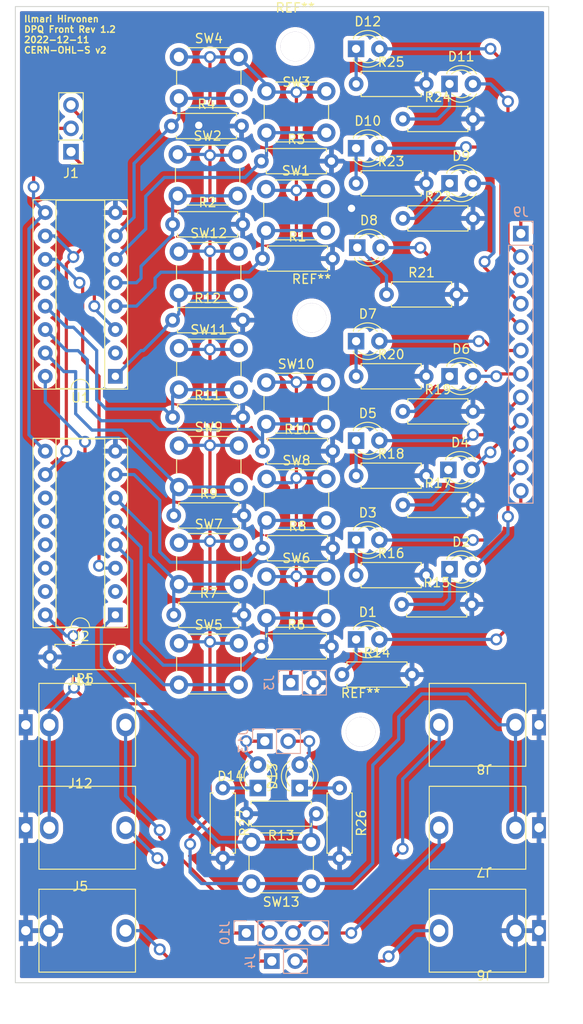
<source format=kicad_pcb>
(kicad_pcb (version 20211014) (generator pcbnew)
  (layers (0 "F.Cu" signal) (31 "B.Cu" signal) (34 "B.Paste" user) (35 "F.Paste" user) (36 "B.SilkS" user "B.Silkscreen") (37 "F.SilkS" user "F.Silkscreen") (38 "B.Mask" user) (39 "F.Mask" user) (44 "Edge.Cuts" user))
  (net 0 "")
  (net 1 "Net-(D1-Pad1)")
  (net 2 "Net-(D1-Pad2)")
  (net 3 "Net-(D2-Pad1)")
  (net 4 "Net-(D2-Pad2)")
  (net 5 "Net-(D3-Pad1)")
  (net 6 "Net-(D3-Pad2)")
  (net 7 "Net-(D4-Pad1)")
  (net 8 "Net-(D4-Pad2)")
  (net 9 "Net-(D5-Pad1)")
  (net 10 "Net-(D5-Pad2)")
  (net 11 "Net-(D6-Pad1)")
  (net 12 "Net-(D6-Pad2)")
  (net 13 "Net-(D7-Pad1)")
  (net 14 "Net-(D7-Pad2)")
  (net 15 "Net-(D8-Pad1)")
  (net 16 "Net-(D8-Pad2)")
  (net 17 "Net-(D9-Pad1)")
  (net 18 "Net-(D9-Pad2)")
  (net 19 "Net-(D10-Pad1)")
  (net 20 "Net-(D10-Pad2)")
  (net 21 "Net-(D11-Pad1)")
  (net 22 "Net-(D11-Pad2)")
  (net 23 "Net-(D12-Pad1)")
  (net 24 "Net-(D12-Pad2)")
  (net 25 "Net-(D13-Pad1)")
  (net 26 "Net-(D13-Pad2)")
  (net 27 "Net-(J1-Pad3)")
  (net 28 "Net-(J1-Pad2)")
  (net 29 "Net-(J1-Pad1)")
  (net 30 "+5V")
  (net 31 "GND")
  (net 32 "Net-(J10-Pad4)")
  (net 33 "Net-(J10-Pad1)")
  (net 34 "Net-(J4-Pad1)")
  (net 35 "Net-(J4-Pad2)")
  (net 36 "Net-(D14-Pad1)")
  (net 37 "Net-(D14-Pad2)")
  (net 38 "Net-(J10-Pad3)")
  (net 39 "Net-(J10-Pad2)")
  (net 40 "Net-(R13-Pad1)")
  (net 42 "Net-(U1-Pad11)")
  (net 50 "/B4")
  (net 51 "/B3")
  (net 52 "/B2")
  (net 53 "/B1")
  (net 54 "/B12")
  (net 55 "/B11")
  (net 56 "/B10")
  (net 57 "/B9")
  (net 58 "/B8")
  (net 59 "/B7")
  (net 60 "/B6")
  (net 61 "/B5")
  (footprint "Button_Switch_THT:SW_PUSH_6mm" (layer "F.Cu") (at 40.325 68.297)
    (fp_text reference "SW8")
    (fp_text value "SW_Push")
  )
  (footprint "Button_Switch_THT:SW_PUSH_6mm" (layer "F.Cu") (at 40.311 78.903)
    (fp_text reference "SW6")
    (fp_text value "SW_Push")
  )
  (footprint "Button_Switch_THT:SW_PUSH_6mm" (layer "F.Cu") (at 40.311 26.198)
    (fp_text reference "SW3")
    (fp_text value "SW_Push")
  )
  (footprint "Resistor_THT:R_Axial_DIN0207_L6.3mm_D2.5mm_P7.62mm_Horizontal" (layer "F.Cu") (at 53.36 48.26)
    (fp_text reference "R21")
    (fp_text value "220")
  )
  (footprint "Button_Switch_THT:SW_PUSH_6mm" (layer "F.Cu") (at 30.659 33.056)
    (fp_text reference "SW2")
    (fp_text value "SW_Push")
  )
  (footprint "Resistor_THT:R_Axial_DIN0207_L6.3mm_D2.5mm_P7.62mm_Horizontal" (layer "F.Cu") (at 45.72 104.648 180)
    (fp_text reference "R13")
    (fp_text value "10k")
  )
  (footprint "Connector_PinHeader_2.54mm:PinHeader_1x03_P2.54mm_Vertical" (layer "F.Cu") (at 19.05 32.766 180)
    (fp_text reference "J1")
    (fp_text value "Conn_01x03_Female")
  )
  (footprint "Button_Switch_THT:SW_PUSH_6mm" (layer "F.Cu") (at 40.259 36.83)
    (fp_text reference "SW1")
    (fp_text value "SW_Push")
  )
  (footprint "Button_Switch_THT:SW_PUSH_6mm" (layer "F.Cu") (at 30.786 22.466)
    (fp_text reference "SW4")
    (fp_text value "SW_Push")
  )
  (footprint "Eurorack:Thonkiconn" (layer "F.Cu") (at 20.066 117.348)
    (fp_text reference "J5")
    (fp_text value "AudioJack2_SwitchT")
  )
  (footprint "LED_THT:LED_D3.0mm" (layer "F.Cu") (at 50.18 43.18)
    (fp_text reference "D8")
    (fp_text value "LED")
  )
  (footprint "Eurorack:Thonkiconn" (layer "F.Cu") (at 20.066 106.172)
    (fp_text reference "J12")
    (fp_text value "AudioJack2_SwitchT")
  )
  (footprint "Resistor_THT:R_Axial_DIN0207_L6.3mm_D2.5mm_P7.62mm_Horizontal" (layer "F.Cu") (at 29.972 29.972)
    (fp_text reference "R4")
    (fp_text value "10k")
  )
  (footprint "LED_THT:LED_D3.0mm" (layer "F.Cu") (at 60.086 67.31)
    (fp_text reference "D4")
    (fp_text value "LED")
  )
  (footprint "Button_Switch_THT:SW_PUSH_6mm" (layer "F.Cu") (at 30.786 75.22)
    (fp_text reference "SW7")
    (fp_text value "SW_Push")
  )
  (footprint "Resistor_THT:R_Axial_DIN0207_L6.3mm_D2.5mm_P7.62mm_Horizontal" (layer "F.Cu") (at 50.058 25.4)
    (fp_text reference "R25")
    (fp_text value "220")
  )
  (footprint "Resistor_THT:R_Axial_DIN0207_L6.3mm_D2.5mm_P7.62mm_Horizontal" (layer "F.Cu") (at 50.058 67.945)
    (fp_text reference "R18")
    (fp_text value "220")
  )
  (footprint "Resistor_THT:R_Axial_DIN0207_L6.3mm_D2.5mm_P7.62mm_Horizontal" (layer "F.Cu") (at 55.143 40.005)
    (fp_text reference "R22")
    (fp_text value "220")
  )
  (footprint "Resistor_THT:R_Axial_DIN0207_L6.3mm_D2.5mm_P7.62mm_Horizontal" (layer "F.Cu") (at 48.514 89.535)
    (fp_text reference "R14")
    (fp_text value "220")
  )
  (footprint "LED_THT:LED_D3.0mm" (layer "F.Cu") (at 50.053 85.725)
    (fp_text reference "D1")
    (fp_text value "LED")
  )
  (footprint "Resistor_THT:R_Axial_DIN0207_L6.3mm_D2.5mm_P7.62mm_Horizontal" (layer "F.Cu") (at 39.878 65.278)
    (fp_text reference "R10")
    (fp_text value "10k")
  )
  (footprint "Resistor_THT:R_Axial_DIN0207_L6.3mm_D2.5mm_P7.62mm_Horizontal" (layer "F.Cu") (at 30.226 72.263)
    (fp_text reference "R9")
    (fp_text value "10k")
  )
  (footprint "Resistor_THT:R_Axial_DIN0207_L6.3mm_D2.5mm_P7.62mm_Horizontal" (layer "F.Cu") (at 30.099 61.595)
    (fp_text reference "R11")
    (fp_text value "10k")
  )
  (footprint "Eurorack:Thonkiconn" (layer "F.Cu") (at 64.008 94.996 180)
    (fp_text reference "J8")
    (fp_text value "AudioJack2_SwitchT")
  )
  (footprint "Resistor_THT:R_Axial_DIN0207_L6.3mm_D2.5mm_P7.62mm_Horizontal" (layer "F.Cu") (at 24.384 87.63 180)
    (fp_text reference "R5")
    (fp_text value "10k")
  )
  (footprint "Button_Switch_THT:SW_PUSH_6mm" (layer "F.Cu") (at 30.775 43.618)
    (fp_text reference "SW12")
    (fp_text value "SW_Push")
  )
  (footprint "Resistor_THT:R_Axial_DIN0207_L6.3mm_D2.5mm_P7.62mm_Horizontal" (layer "F.Cu") (at 55.138 60.96)
    (fp_text reference "R19")
    (fp_text value "220")
  )
  (footprint "LED_THT:LED_D3.0mm" (layer "F.Cu") (at 39.37 101.854 90)
    (fp_text reference "D14")
    (fp_text value "LED")
  )
  (footprint "Resistor_THT:R_Axial_DIN0207_L6.3mm_D2.5mm_P7.62mm_Horizontal" (layer "F.Cu") (at 48.26 101.854 -90)
    (fp_text reference "R26")
    (fp_text value "220")
  )
  (footprint "LED_THT:LED_D3.0mm" (layer "F.Cu") (at 50.053 53.34)
    (fp_text reference "D7")
    (fp_text value "LED")
  )
  (footprint "Button_Switch_THT:SW_PUSH_6mm" (layer "F.Cu") (at 30.792 54.101)
    (fp_text reference "SW11")
    (fp_text value "SW_Push")
  )
  (footprint "Resistor_THT:R_Axial_DIN0207_L6.3mm_D2.5mm_P7.62mm_Horizontal" (layer "F.Cu") (at 30.099 51.054)
    (fp_text reference "R12")
    (fp_text value "10k")
  )
  (footprint "LED_THT:LED_D3.0mm" (layer "F.Cu") (at 43.922 101.859 90)
    (fp_text reference "D13")
    (fp_text value "LED")
  )
  (footprint "LED_THT:LED_D3.0mm" (layer "F.Cu") (at 50.053 64.135)
    (fp_text reference "D5")
    (fp_text value "LED")
  )
  (footprint "Eurorack:Thonkiconn" (layer "F.Cu") (at 64.008 117.348 180)
    (fp_text reference "J6")
    (fp_text value "AudioJack2_SwitchT")
  )
  (footprint "Resistor_THT:R_Axial_DIN0207_L6.3mm_D2.5mm_P7.62mm_Horizontal" (layer "F.Cu") (at 30.099 40.64)
    (fp_text reference "R2")
    (fp_text value "10k")
  )
  (footprint "Resistor_THT:R_Axial_DIN0207_L6.3mm_D2.5mm_P7.62mm_Horizontal" (layer "F.Cu") (at 30.226 83.058)
    (fp_text reference "R7")
    (fp_text value "10k")
  )
  (footprint "Resistor_THT:R_Axial_DIN0207_L6.3mm_D2.5mm_P7.62mm_Horizontal" (layer "F.Cu") (at 50.053 36.195)
    (fp_text reference "R23")
    (fp_text value "220")
  )
  (footprint "LED_THT:LED_D3.0mm" (layer "F.Cu") (at 50.053 32.385)
    (fp_text reference "D10")
    (fp_text value "LED")
  )
  (footprint "Resistor_THT:R_Axial_DIN0207_L6.3mm_D2.5mm_P7.62mm_Horizontal" (layer "F.Cu") (at 55.011 81.915)
    (fp_text reference "R15")
    (fp_text value "220")
  )
  (footprint "LED_THT:LED_D3.0mm" (layer "F.Cu") (at 50.053 74.93)
    (fp_text reference "D3")
    (fp_text value "LED")
  )
  (footprint "Resistor_THT:R_Axial_DIN0207_L6.3mm_D2.5mm_P7.62mm_Horizontal" (layer "F.Cu") (at 50.058 78.74)
    (fp_text reference "R16")
    (fp_text value "220")
  )
  (footprint "MountingHole:MountingHole_3.2mm_M3" (layer "F.Cu") (at 43.434 21.336)
    (fp_text reference "REF**")
    (fp_text value "MountingHole_3.2mm_M3")
  )
  (footprint "Button_Switch_THT:SW_PUSH_6mm" (layer "F.Cu") (at 45.16 112.232 180)
    (fp_text reference "SW13")
    (fp_text value "SW_Push")
  )
  (footprint "Button_Switch_THT:SW_PUSH_6mm" (layer "F.Cu") (at 30.786 86.142)
    (fp_text reference "SW5")
    (fp_text value "SW_Push")
  )
  (footprint "Button_Switch_THT:SW_PUSH_6mm" (layer "F.Cu") (at 40.291 57.821)
    (fp_text reference "SW10")
    (fp_text value "SW_Push")
  )
  (footprint "Package_DIP:DIP-16_W7.62mm_Socket" (layer "F.Cu") (at 23.876 83.058 180)
    (fp_text reference "U2")
    (fp_text value "4021")
  )
  (footprint "LED_THT:LED_D3.0mm" (layer "F.Cu") (at 50.053 21.59)
    (fp_text reference "D12")
    (fp_text value "LED")
  )
  (footprint "Resistor_THT:R_Axial_DIN0207_L6.3mm_D2.5mm_P7.62mm_Horizontal" (layer "F.Cu") (at 55.138 71.12)
    (fp_text reference "R17")
    (fp_text value "220")
  )
  (footprint "Resistor_THT:R_Axial_DIN0207_L6.3mm_D2.5mm_P7.62mm_Horizontal" (layer "F.Cu") (at 50.058 57.15)
    (fp_text reference "R20")
    (fp_text value "220")
  )
  (footprint "LED_THT:LED_D3.0mm" (layer "F.Cu") (at 60.213 36.195)
    (fp_text reference "D9")
    (fp_text value "LED")
  )
  (footprint "Eurorack:Thonkiconn" (layer "F.Cu") (at 64.008 106.172 180)
    (fp_text reference "J7")
    (fp_text value "AudioJack2_SwitchT")
  )
  (footprint "Resistor_THT:R_Axial_DIN0207_L6.3mm_D2.5mm_P7.62mm_Horizontal" (layer "F.Cu") (at 55.138 29.21)
    (fp_text reference "R24")
    (fp_text value "220")
  )
  (footprint "Eurorack:Thonkiconn" (layer "F.Cu") (at 20.066 94.996)
    (fp_text reference "J11")
    (fp_text value "AudioJack2_SwitchT")
  )
  (footprint "MountingHole:MountingHole_3.2mm_M3" (layer "F.Cu") (at 50.546 95.758)
    (fp_text reference "REF**")
    (fp_text value "MountingHole_3.2mm_M3")
  )
  (footprint "Package_DIP:DIP-16_W7.62mm_Socket" (layer "F.Cu") (at 23.876 57.15 180)
    (fp_text reference "U1")
    (fp_text value "4021")
  )
  (footprint "MountingHole:MountingHole_3.2mm_M3" (layer "F.Cu") (at 45.212 50.8)
    (fp_text reference "REF**")
    (fp_text value "MountingHole_3.2mm_M3")
  )
  (footprint "LED_THT:LED_D3.0mm" (layer "F.Cu") (at 60.213 57.15)
    (fp_text reference "D6")
    (fp_text value "LED")
  )
  (footprint "Resistor_THT:R_Axial_DIN0207_L6.3mm_D2.5mm_P7.62mm_Horizontal" (layer "F.Cu") (at 35.56 101.854 -90)
    (fp_text reference "R27")
    (fp_text value "220")
  )
  (footprint "LED_THT:LED_D3.0mm" (layer "F.Cu") (at 60.213 25.4)
    (fp_text reference "D11")
    (fp_text value "LED")
  )
  (footprint "Resistor_THT:R_Axial_DIN0207_L6.3mm_D2.5mm_P7.62mm_Horizontal" (layer "F.Cu") (at 39.751 33.782)
    (fp_text reference "R3")
    (fp_text value "10k")
  )
  (footprint "Resistor_THT:R_Axial_DIN0207_L6.3mm_D2.5mm_P7.62mm_Horizontal" (layer "F.Cu") (at 39.751 86.487)
    (fp_text reference "R6")
    (fp_text value "10k")
  )
  (footprint "LED_THT:LED_D3.0mm" (layer "F.Cu") (at 60.213 78.105)
    (fp_text reference "D2")
    (fp_text value "LED")
  )
  (footprint "Resistor_THT:R_Axial_DIN0207_L6.3mm_D2.5mm_P7.62mm_Horizontal" (layer "F.Cu") (at 39.869 44.366)
    (fp_text reference "R1")
    (fp_text value "10k")
  )
  (footprint "Resistor_THT:R_Axial_DIN0207_L6.3mm_D2.5mm_P7.62mm_Horizontal" (layer "F.Cu") (at 39.878 75.819)
    (fp_text reference "R8")
    (fp_text value "10k")
  )
  (footprint "Button_Switch_THT:SW_PUSH_6mm" (layer "F.Cu") (at 30.786 64.679)
    (fp_text reference "SW9")
    (fp_text value "SW_Push")
  )
  (footprint "Connector_PinHeader_2.54mm:PinHeader_1x02_P2.54mm_Vertical" (layer "B.Cu") (at 40.127 96.774 -90)
    (fp_text reference "J13")
    (fp_text value "Conn_01x02_Male")
  )
  (footprint "Connector_PinHeader_2.54mm:PinHeader_1x02_P2.54mm_Vertical" (layer "B.Cu") (at 42.946 90.424 -90)
    (fp_text reference "J3")
    (fp_text value "Conn_01x02_Male")
  )
  (footprint "Connector_PinHeader_2.54mm:PinHeader_1x04_P2.54mm_Vertical" (layer "B.Cu") (at 38.11 117.602 -90)
    (fp_text reference "J10")
    (fp_text value "Conn_01x04_Male")
  )
  (footprint "Connector_PinHeader_2.54mm:PinHeader_1x12_P2.54mm_Vertical" (layer "B.Cu") (at 67.965 41.651 180)
    (fp_text reference "J9")
    (fp_text value "Conn_01x12_Male")
  )
  (footprint "Connector_PinHeader_2.54mm:PinHeader_1x02_P2.54mm_Vertical" (layer "B.Cu") (at 40.889 120.65 -90)
    (fp_text reference "J4")
    (fp_text value "Conn_01x02_Male")
  )
  (gr_rect (start 13 17) (end 71 123) (layer "Edge.Cuts") (width 0.1) (fill none))
  (gr_text "Ilmari Hirvonen\nDPQ Front Rev 1.2\n2022-12-11 \nCERN-OHL-S v2" (at 13.8684 20.0406) (layer "F.SilkS") (effects (font (size 0.7 0.7)) (justify left)))
  (segment (start 50.053 87.996) (end 48.514 89.535) (width 0.35) (layer "B.Cu") (net 1))
  (segment (start 50.053 85.725) (end 50.053 87.996) (width 0.35) (layer "B.Cu") (net 1))
  (segment (start 67.965 69.591) (end 67.965 83.058) (width 0.35) (layer "F.Cu") (net 2))
  (segment (start 67.965 83.058) (end 65.298 85.725) (width 0.35) (layer "F.Cu") (net 2))
  (via (at 65.298 85.725) (size 1.3) (drill 0.8) (layers "F.Cu" "B.Cu") (net 2))
  (segment (start 65.298 85.725) (end 52.593 85.725) (width 0.35) (layer "B.Cu") (net 2))
  (segment (start 59.583 81.915) (end 55.011 81.915) (width 0.35) (layer "B.Cu") (net 3))
  (segment (start 60.213 78.105) (end 60.213 81.285) (width 0.35) (layer "B.Cu") (net 3))
  (segment (start 60.213 81.285) (end 59.583 81.915) (width 0.35) (layer "B.Cu") (net 3))
  (segment (start 66.568 68.448) (end 66.568 72.39) (width 0.35) (layer "F.Cu") (net 4))
  (segment (start 67.965 67.051) (end 66.568 68.448) (width 0.35) (layer "F.Cu") (net 4))
  (via (at 66.568 72.39) (size 1.3) (drill 0.8) (layers "F.Cu" "B.Cu") (net 4))
  (segment (start 66.568 72.39) (end 66.568 74.29) (width 0.35) (layer "B.Cu") (net 4))
  (segment (start 66.568 74.29) (end 62.753 78.105) (width 0.35) (layer "B.Cu") (net 4))
  (segment (start 50.053 78.735) (end 50.058 78.74) (width 0.35) (layer "B.Cu") (net 5))
  (segment (start 50.053 74.93) (end 50.053 78.735) (width 0.35) (layer "B.Cu") (net 5))
  (segment (start 65.298 67.178) (end 67.965 64.511) (width 0.35) (layer "F.Cu") (net 6))
  (segment (start 65.298 73.66) (end 65.298 67.178) (width 0.35) (layer "F.Cu") (net 6))
  (segment (start 64.028 74.93) (end 62.758 74.93) (width 0.35) (layer "F.Cu") (net 6))
  (segment (start 65.298 73.66) (end 64.028 74.93) (width 0.35) (layer "F.Cu") (net 6))
  (via (at 62.758 74.93) (size 1.3) (drill 0.8) (layers "F.Cu" "B.Cu") (net 6))
  (segment (start 62.758 74.93) (end 52.593 74.93) (width 0.35) (layer "B.Cu") (net 6))
  (segment (start 58.313 71.12) (end 55.138 71.12) (width 0.35) (layer "B.Cu") (net 7))
  (segment (start 60.086 69.347) (end 58.313 71.12) (width 0.35) (layer "B.Cu") (net 7))
  (segment (start 60.086 67.31) (end 60.086 69.347) (width 0.35) (layer "B.Cu") (net 7))
  (segment (start 67.965 61.971) (end 64.663 65.273) (width 0.35) (layer "F.Cu") (net 8))
  (segment (start 64.663 65.273) (end 64.663 65.405) (width 0.35) (layer "F.Cu") (net 8))
  (via (at 64.663 65.405) (size 1.3) (drill 0.8) (layers "F.Cu" "B.Cu") (net 8))
  (segment (start 64.663 65.405) (end 64.531 65.405) (width 0.35) (layer "B.Cu") (net 8))
  (segment (start 64.531 65.405) (end 62.626 67.31) (width 0.35) (layer "B.Cu") (net 8))
  (segment (start 50.053 67.94) (end 50.058 67.945) (width 0.35) (layer "B.Cu") (net 9))
  (segment (start 50.053 64.135) (end 50.053 67.94) (width 0.35) (layer "B.Cu") (net 9))
  (segment (start 67.965 59.431) (end 63.896 63.5) (width 0.35) (layer "F.Cu") (net 10))
  (segment (start 63.896 63.5) (end 62.758 63.5) (width 0.35) (layer "F.Cu") (net 10))
  (via (at 62.758 63.5) (size 1.3) (drill 0.8) (layers "F.Cu" "B.Cu") (net 10))
  (segment (start 62.758 63.5) (end 62.123 64.135) (width 0.35) (layer "B.Cu") (net 10))
  (segment (start 62.123 64.135) (end 52.593 64.135) (width 0.35) (layer "B.Cu") (net 10))
  (segment (start 60.213 57.15) (end 56.403 60.96) (width 0.35) (layer "B.Cu") (net 11))
  (segment (start 56.403 60.96) (end 55.138 60.96) (width 0.35) (layer "B.Cu") (net 11))
  (segment (start 67.965 56.891) (end 65.557 56.891) (width 0.35) (layer "F.Cu") (net 12))
  (segment (start 65.557 56.891) (end 65.298 57.15) (width 0.35) (layer "F.Cu") (net 12))
  (via (at 65.298 57.15) (size 1.3) (drill 0.8) (layers "F.Cu" "B.Cu") (net 12))
  (segment (start 65.298 57.15) (end 62.753 57.15) (width 0.35) (layer "B.Cu") (net 12))
  (segment (start 50.053 57.145) (end 50.058 57.15) (width 0.35) (layer "B.Cu") (net 13))
  (segment (start 50.053 53.34) (end 50.053 57.145) (width 0.35) (layer "B.Cu") (net 13))
  (segment (start 64.028 53.34) (end 63.393 53.34) (width 0.35) (layer "F.Cu") (net 14))
  (segment (start 65.039 54.351) (end 64.028 53.34) (width 0.35) (layer "F.Cu") (net 14))
  (segment (start 67.965 54.351) (end 65.039 54.351) (width 0.35) (layer "F.Cu") (net 14))
  (via (at 63.393 53.34) (size 1.3) (drill 0.8) (layers "F.Cu" "B.Cu") (net 14))
  (segment (start 63.393 53.34) (end 52.593 53.34) (width 0.35) (layer "B.Cu") (net 14))
  (segment (start 53.36 46.228) (end 53.36 48.26) (width 0.35) (layer "B.Cu") (net 15))
  (segment (start 50.312 43.18) (end 53.36 46.228) (width 0.35) (layer "B.Cu") (net 15))
  (segment (start 50.18 43.18) (end 50.312 43.18) (width 0.35) (layer "B.Cu") (net 15))
  (segment (start 61.488 46.355) (end 60.218 46.355) (width 0.35) (layer "F.Cu") (net 16))
  (segment (start 60.218 46.355) (end 57.043 43.18) (width 0.35) (layer "F.Cu") (net 16))
  (segment (start 67.965 51.811) (end 62.509 46.355) (width 0.35) (layer "F.Cu") (net 16))
  (segment (start 62.509 46.355) (end 61.488 46.355) (width 0.35) (layer "F.Cu") (net 16))
  (via (at 57.043 43.18) (size 1.3) (drill 0.8) (layers "F.Cu" "B.Cu") (net 16))
  (segment (start 57.043 43.18) (end 52.72 43.18) (width 0.35) (layer "B.Cu") (net 16))
  (segment (start 56.403 40.005) (end 55.143 40.005) (width 0.35) (layer "B.Cu") (net 17))
  (segment (start 60.213 36.195) (end 56.403 40.005) (width 0.35) (layer "B.Cu") (net 17))
  (segment (start 64.028 45.334) (end 64.028 44.704) (width 0.35) (layer "F.Cu") (net 18))
  (segment (start 67.965 49.271) (end 64.028 45.334) (width 0.35) (layer "F.Cu") (net 18))
  (via (at 64.028 44.704) (size 1.3) (drill 0.8) (layers "F.Cu" "B.Cu") (net 18))
  (segment (start 64.028 44.704) (end 65.044 43.688) (width 0.35) (layer "B.Cu") (net 18))
  (segment (start 65.044 43.688) (end 65.044 36.576) (width 0.35) (layer "B.Cu") (net 18))
  (segment (start 64.663 36.195) (end 62.753 36.195) (width 0.35) (layer "B.Cu") (net 18))
  (segment (start 65.044 36.576) (end 64.663 36.195) (width 0.35) (layer "B.Cu") (net 18))
  (segment (start 50.053 32.385) (end 50.053 36.195) (width 0.35) (layer "B.Cu") (net 19))
  (segment (start 64.282 32.258) (end 62.758 32.258) (width 0.35) (layer "F.Cu") (net 20))
  (segment (start 62.758 32.258) (end 61.996 32.258) (width 0.35) (layer "F.Cu") (net 20))
  (segment (start 65.806 33.782) (end 64.282 32.258) (width 0.35) (layer "F.Cu") (net 20))
  (segment (start 65.806 44.572) (end 65.806 33.782) (width 0.35) (layer "F.Cu") (net 20))
  (segment (start 67.965 46.731) (end 65.806 44.572) (width 0.35) (layer "F.Cu") (net 20))
  (via (at 61.996 32.258) (size 1.3) (drill 0.8) (layers "F.Cu" "B.Cu") (net 20))
  (segment (start 61.869 32.385) (end 52.593 32.385) (width 0.35) (layer "B.Cu") (net 20))
  (segment (start 61.996 32.258) (end 61.869 32.385) (width 0.35) (layer "B.Cu") (net 20))
  (segment (start 60.213 25.4) (end 60.213 27.945) (width 0.35) (layer "B.Cu") (net 21))
  (segment (start 58.948 29.21) (end 55.138 29.21) (width 0.35) (layer "B.Cu") (net 21))
  (segment (start 60.213 27.945) (end 58.948 29.21) (width 0.35) (layer "B.Cu") (net 21))
  (segment (start 67.965 44.191) (end 66.568 42.794) (width 0.35) (layer "F.Cu") (net 22))
  (segment (start 66.568 36.195) (end 66.568 27.305) (width 0.35) (layer "F.Cu") (net 22))
  (segment (start 66.568 42.794) (end 66.568 36.195) (width 0.35) (layer "F.Cu") (net 22))
  (via (at 66.568 27.305) (size 1.3) (drill 0.8) (layers "F.Cu" "B.Cu") (net 22))
  (segment (start 64.663 25.4) (end 62.753 25.4) (width 0.35) (layer "B.Cu") (net 22))
  (segment (start 66.568 27.305) (end 64.663 25.4) (width 0.35) (layer "B.Cu") (net 22))
  (segment (start 50.058 21.595) (end 50.053 21.59) (width 0.35) (layer "B.Cu") (net 23))
  (segment (start 50.058 25.4) (end 50.058 21.595) (width 0.35) (layer "B.Cu") (net 23))
  (segment (start 67.965 24.892) (end 64.663 21.59) (width 0.35) (layer "F.Cu") (net 24))
  (segment (start 67.965 41.651) (end 67.965 24.892) (width 0.35) (layer "F.Cu") (net 24))
  (via (at 64.663 21.59) (size 1.3) (drill 0.8) (layers "F.Cu" "B.Cu") (net 24))
  (segment (start 64.663 21.59) (end 52.593 21.59) (width 0.35) (layer "B.Cu") (net 24))
  (segment (start 48.255 101.859) (end 48.26 101.854) (width 0.35) (layer "B.Cu") (net 25))
  (segment (start 43.922 101.859) (end 48.255 101.859) (width 0.35) (layer "B.Cu") (net 25))
  (segment (start 42.667 96.774) (end 44.958 96.774) (width 0.35) (layer "F.Cu") (net 26))
  (via (at 44.958 96.774) (size 1.3) (drill 0.8) (layers "F.Cu" "B.Cu") (net 26))
  (segment (start 44.958 96.774) (end 44.958 98.283) (width 0.35) (layer "B.Cu") (net 26))
  (segment (start 44.958 98.283) (end 43.922 99.319) (width 0.35) (layer "B.Cu") (net 26))
  (segment (start 21.59 30.48) (end 21.59 49.53) (width 0.35) (layer "F.Cu") (net 27))
  (segment (start 19.05 27.94) (end 21.59 30.48) (width 0.35) (layer "F.Cu") (net 27))
  (segment (start 19.05 27.686) (end 19.05 27.94) (width 0.35) (layer "F.Cu") (net 27))
  (via (at 21.59 49.53) (size 1.3) (drill 0.8) (layers "F.Cu" "B.Cu") (net 27))
  (segment (start 23.876 52.07) (end 21.59 49.784) (width 0.35) (layer "B.Cu") (net 27))
  (segment (start 21.59 49.784) (end 21.59 49.53) (width 0.35) (layer "B.Cu") (net 27))
  (segment (start 19.05 30.226) (end 16.51 30.226) (width 0.35) (layer "F.Cu") (net 28))
  (segment (start 14.986 31.75) (end 14.986 36.576) (width 0.35) (layer "F.Cu") (net 28))
  (segment (start 16.51 30.226) (end 14.986 31.75) (width 0.35) (layer "F.Cu") (net 28))
  (via (at 14.986 36.576) (size 1.3) (drill 0.8) (layers "F.Cu" "B.Cu") (net 28))
  (segment (start 14.986 36.576) (end 14.976 36.586) (width 0.35) (layer "B.Cu") (net 28))
  (segment (start 14.976 36.586) (end 14.976 38.09) (width 0.35) (layer "B.Cu") (net 28))
  (segment (start 14.478 63.5) (end 16.256 65.278) (width 0.35) (layer "B.Cu") (net 28))
  (segment (start 16.256 39.37) (end 14.478 41.148) (width 0.35) (layer "B.Cu") (net 28))
  (segment (start 14.976 38.09) (end 16.256 39.37) (width 0.35) (layer "B.Cu") (net 28))
  (segment (start 14.478 41.148) (end 14.478 63.5) (width 0.35) (layer "B.Cu") (net 28))
  (segment (start 19.05 33.02) (end 20.32 34.29) (width 0.35) (layer "F.Cu") (net 29))
  (segment (start 19.304 44.196) (end 18.542 44.958) (width 0.35) (layer "F.Cu") (net 29))
  (segment (start 19.05 32.766) (end 19.05 33.02) (width 0.35) (layer "F.Cu") (net 29))
  (segment (start 20.32 43.18) (end 19.304 44.196) (width 0.35) (layer "F.Cu") (net 29))
  (segment (start 18.542 44.958) (end 18.542 65.278) (width 0.35) (layer "F.Cu") (net 29))
  (segment (start 20.32 34.29) (end 20.32 43.18) (width 0.35) (layer "F.Cu") (net 29))
  (via (at 19.304 44.196) (size 1.3) (drill 0.8) (layers "F.Cu" "B.Cu") (net 29))
  (via (at 18.542 65.278) (size 1.3) (drill 0.8) (layers "F.Cu" "B.Cu") (net 29))
  (segment (start 16.256 41.91) (end 17.272 41.91) (width 0.35) (layer "B.Cu") (net 29))
  (segment (start 17.272 41.91) (end 19.304 43.942) (width 0.35) (layer "B.Cu") (net 29))
  (segment (start 16.256 67.818) (end 18.542 65.532) (width 0.35) (layer "B.Cu") (net 29))
  (segment (start 18.542 65.532) (end 18.542 65.278) (width 0.35) (layer "B.Cu") (net 29))
  (segment (start 19.304 43.942) (end 19.304 44.196) (width 0.35) (layer "B.Cu") (net 29))
  (segment (start 34.163 93.091) (end 33.782 92.71) (width 0.35) (layer "F.Cu") (net 30))
  (segment (start 21.082 92.71) (end 19.304 90.932) (width 0.35) (layer "F.Cu") (net 30))
  (segment (start 43.561 36.957) (end 43.561 44.323) (width 0.35) (layer "F.Cu") (net 30))
  (segment (start 34.163 33.147) (end 34.163 22.479) (width 0.35) (layer "F.Cu") (net 30))
  (segment (start 19.304 90.932) (end 19.304 85.344) (width 0.35) (layer "F.Cu") (net 30))
  (segment (start 34.163 43.561) (end 34.163 33.147) (width 0.35) (layer "F.Cu") (net 30))
  (segment (start 43.561 36.957) (end 43.561 26.289) (width 0.35) (layer "F.Cu") (net 30))
  (segment (start 19.304 85.344) (end 20.574 84.074) (width 0.35) (layer "F.Cu") (net 30))
  (segment (start 34.163 85.979) (end 34.163 75.057) (width 0.35) (layer "F.Cu") (net 30))
  (segment (start 34.163 105.029) (end 32.004 107.188) (width 0.35) (layer "F.Cu") (net 30))
  (segment (start 43.561 68.199) (end 43.561 57.785) (width 0.35) (layer "F.Cu") (net 30))
  (segment (start 43.561 78.867) (end 43.561 68.199) (width 0.35) (layer "F.Cu") (net 30))
  (segment (start 34.163 93.091) (end 34.163 105.029) (width 0.35) (layer "F.Cu") (net 30))
  (segment (start 34.163 92.309) (end 34.163 93.091) (width 0.35) (layer "F.Cu") (net 30))
  (segment (start 43.561 44.323) (end 40.513 47.371) (width 0.35) (layer "F.Cu") (net 30))
  (segment (start 33.782 92.71) (end 21.082 92.71) (width 0.35) (layer "F.Cu") (net 30))
  (segment (start 34.163 54.229) (end 34.163 43.561) (width 0.35) (layer "F.Cu") (net 30))
  (segment (start 40.513 54.737) (end 43.561 57.785) (width 0.35) (layer "F.Cu") (net 30))
  (segment (start 20.574 84.074) (end 20.574 64.262) (width 0.35) (layer "F.Cu") (net 30))
  (segment (start 34.163 75.057) (end 34.163 64.643) (width 0.35) (layer "F.Cu") (net 30))
  (segment (start 42.946 89.134) (end 42.946 90.424) (width 0.35) (layer "F.Cu") (net 30))
  (segment (start 34.163 64.643) (end 34.163 54.229) (width 0.35) (layer "F.Cu") (net 30))
  (segment (start 43.561 78.867) (end 43.561 88.519) (width 0.35) (layer "F.Cu") (net 30))
  (segment (start 34.163 85.979) (end 34.163 92.309) (width 0.35) (layer "F.Cu") (net 30))
  (segment (start 32.004 107.188) (end 32.004 107.95) (width 0.35) (layer "F.Cu") (net 30))
  (segment (start 43.561 88.519) (end 42.946 89.134) (width 0.35) (layer "F.Cu") (net 30))
  (segment (start 40.513 47.371) (end 40.513 54.737) (width 0.35) (layer "F.Cu") (net 30))
  (via (at 19.304 85.344) (size 1.3) (drill 0.8) (layers "F.Cu" "B.Cu") (net 30))
  (via (at 43.561 26.289) (size 1.3) (drill 0.8) (layers "F.Cu" "B.Cu") (net 30))
  (via (at 34.163 85.979) (size 1.3) (drill 0.8) (layers "F.Cu" "B.Cu") (net 30))
  (via (at 34.163 54.229) (size 1.3) (drill 0.8) (layers "F.Cu" "B.Cu") (net 30))
  (via (at 19.3802 90.9574) (size 1.3) (drill 0.8) (layers "F.Cu" "B.Cu") (net 30))
  (via (at 32.004 107.95) (size 1.3) (drill 0.8) (layers "F.Cu" "B.Cu") (net 30))
  (via (at 34.163 33.147) (size 1.3) (drill 0.8) (layers "F.Cu" "B.Cu") (net 30))
  (via (at 34.163 22.479) (size 1.3) (drill 0.8) (layers "F.Cu" "B.Cu") (net 30))
  (via (at 43.561 36.957) (size 1.3) (drill 0.8) (layers "F.Cu" "B.Cu") (net 30))
  (via (at 20.574 64.262) (size 1.3) (drill 0.8) (layers "F.Cu" "B.Cu") (net 30))
  (via (at 43.561 78.867) (size 1.3) (drill 0.8) (layers "F.Cu" "B.Cu") (net 30))
  (via (at 34.163 64.643) (size 1.3) (drill 0.8) (layers "F.Cu" "B.Cu") (net 30))
  (via (at 34.163 75.057) (size 1.3) (drill 0.8) (layers "F.Cu" "B.Cu") (net 30))
  (via (at 43.561 57.785) (size 1.3) (drill 0.8) (layers "F.Cu" "B.Cu") (net 30))
  (via (at 43.561 68.199) (size 1.3) (drill 0.8) (layers "F.Cu" "B.Cu") (net 30))
  (via (at 34.163 43.561) (size 1.3) (drill 0.8) (layers "F.Cu" "B.Cu") (net 30))
  (segment (start 34.163 22.479) (end 30.799 22.479) (width 0.35) (layer "B.Cu") (net 30))
  (segment (start 30.92 54.229) (end 30.792 54.101) (width 0.35) (layer "B.Cu") (net 30))
  (segment (start 32.004 110.998) (end 33.238 112.232) (width 0.35) (layer "B.Cu") (net 30))
  (segment (start 43.561 57.785) (end 46.755 57.785) (width 0.35) (layer "B.Cu") (net 30))
  (segment (start 30.832 43.561) (end 30.775 43.618) (width 0.35) (layer "B.Cu") (net 30))
  (segment (start 46.811 78.903) (end 43.597 78.903) (width 0.35) (layer "B.Cu") (net 30))
  (segment (start 43.597 78.903) (end 43.561 78.867) (width 0.35) (layer "B.Cu") (net 30))
  (segment (start 46.632 36.957) (end 46.759 36.83) (width 0.35) (layer "B.Cu") (net 30))
  (segment (start 16.256 59.944) (end 20.574 64.262) (width 0.35) (layer "B.Cu") (net 30))
  (segment (start 37.123 75.057) (end 37.286 75.22) (width 0.35) (layer "B.Cu") (net 30))
  (segment (start 43.561 68.199) (end 43.053 68.707) (width 0.35) (layer "B.Cu") (net 30))
  (segment (start 34.163 54.229) (end 30.92 54.229) (width 0.35) (layer "B.Cu") (net 30))
  (segment (start 51.8668 110.0328) (end 51.8668 99.3648) (width 0.35) (layer "B.Cu") (net 30))
  (segment (start 32.004 107.95) (end 32.004 110.998) (width 0.35) (layer "B.Cu") (net 30))
  (segment (start 62.2046 91.6432) (end 65.5574 94.996) (width 0.35) (layer "B.Cu") (net 30))
  (segment (start 37.164 54.229) (end 37.292 54.101) (width 0.35) (layer "B.Cu") (net 30))
  (segment (start 34.163 54.229) (end 37.164 54.229) (width 0.35) (layer "B.Cu") (net 30))
  (segment (start 43.561 36.957) (end 46.632 36.957) (width 0.35) (layer "B.Cu") (net 30))
  (segment (start 16.686 93.6516) (end 16.686 94.996) (width 0.35) (layer "B.Cu") (net 30))
  (segment (start 43.561 26.289) (end 43.053 26.289) (width 0.35) (layer "B.Cu") (net 30))
  (segment (start 34.163 64.643) (end 30.822 64.643) (width 0.35) (layer "B.Cu") (net 30))
  (segment (start 34.163 75.057) (end 37.123 75.057) (width 0.35) (layer "B.Cu") (net 30))
  (segment (start 18.542 85.344) (end 16.256 83.058) (width 0.35) (layer "B.Cu") (net 30))
  (segment (start 46.72 26.289) (end 46.811 26.198) (width 0.35) (layer "B.Cu") (net 30))
  (segment (start 34.072 33.056) (end 30.659 33.056) (width 0.35) (layer "B.Cu") (net 30))
  (segment (start 49.6676 112.232) (end 51.8668 110.0328) (width 0.35) (layer "B.Cu") (net 30))
  (segment (start 65.5574 94.996) (end 67.388 94.996) (width 0.35) (layer "B.Cu") (net 30))
  (segment (start 34.163 75.057) (end 30.949 75.057) (width 0.35) (layer "B.Cu") (net 30))
  (segment (start 37.068 33.147) (end 37.159 33.056) (width 0.35) (layer "B.Cu") (net 30))
  (segment (start 43.561 68.199) (end 46.727 68.199) (width 0.35) (layer "B.Cu") (net 30))
  (segment (start 54.6862 96.5454) (end 54.6862 94.1324) (width 0.35) (layer "B.Cu") (net 30))
  (segment (start 40.311 25.491) (end 40.311 26.198) (width 0.35) (layer "B.Cu") (net 30))
  (segment (start 43.561 26.289) (end 40.402 26.289) (width 0.35) (layer "B.Cu") (net 30))
  (segment (start 40.735 68.707) (end 40.325 68.297) (width 0.35) (layer "B.Cu") (net 30))
  (segment (start 38.66 112.232) (end 45.16 112.232) (width 0.35) (layer "B.Cu") (net 30))
  (segment (start 34.163 64.643) (end 37.25 64.643) (width 0.35) (layer "B.Cu") (net 30))
  (segment (start 40.402 26.289) (end 40.311 26.198) (width 0.35) (layer "B.Cu") (net 30))
  (segment (start 57.1754 91.6432) (end 62.2046 91.6432) (width 0.35) (layer "B.Cu") (net 30))
  (segment (start 16.256 57.15) (end 16.256 59.944) (width 0.35) (layer "B.Cu") (net 30))
  (segment (start 37.286 22.466) (end 40.311 25.491) (width 0.35) (layer "B.Cu") (net 30))
  (segment (start 34.163 33.147) (end 37.068 33.147) (width 0.35) (layer "B.Cu") (net 30))
  (segment (start 67.388 94.996) (end 67.388 106.172) (width 0.35) (layer "B.Cu") (net 30))
  (segment (start 37.273 22.479) (end 37.286 22.466) (width 0.35) (layer "B.Cu") (net 30))
  (segment (start 16.686 94.996) (end 16.686 106.172) (width 0.35) (layer "B.Cu") (net 30))
  (segment (start 43.525 78.903) (end 43.561 78.867) (width 0.35) (layer "B.Cu") (net 30))
  (segment (start 46.727 68.199) (end 46.825 68.297) (width 0.35) (layer "B.Cu") (net 30))
  (segment (start 33.238 112.232) (end 38.66 112.232) (width 0.35) (layer "B.Cu") (net 30))
  (segment (start 37.25 64.643) (end 37.286 64.679) (width 0.35) (layer "B.Cu") (net 30))
  (segment (start 43.561 36.957) (end 40.386 36.957) (width 0.35) (layer "B.Cu") (net 30))
  (segment (start 43.561 57.785) (end 40.327 57.785) (width 0.35) (layer "B.Cu") (net 30))
  (segment (start 45.16 112.232) (end 49.6676 112.232) (width 0.35) (layer "B.Cu") (net 30))
  (segment (start 43.561 26.289) (end 46.72 26.289) (width 0.35) (layer "B.Cu") (net 30))
  (segment (start 30.822 64.643) (end 30.786 64.679) (width 0.35) (layer "B.Cu") (net 30))
  (segment (start 51.8668 99.3648) (end 54.6862 96.5454) (width 0.35) (layer "B.Cu") (net 30))
  (segment (start 19.304 85.344) (end 18.542 85.344) (width 0.35) (layer "B.Cu") (net 30))
  (segment (start 40.327 57.785) (end 40.291 57.821) (width 0.35) (layer "B.Cu") (net 30))
  (segment (start 54.6862 94.1324) (end 57.1754 91.6432) (width 0.35) (layer "B.Cu") (net 30))
  (segment (start 37.218 43.561) (end 37.275 43.618) (width 0.35) (layer "B.Cu") (net 30))
  (segment (start 34.163 22.479) (end 37.273 22.479) (width 0.35) (layer "B.Cu") (net 30))
  (segment (start 19.3802 90.9574) (end 16.686 93.6516) (width 0.35) (layer "B.Cu") (net 30))
  (segment (start 34.163 43.561) (end 37.218 43.561) (width 0.35) (layer "B.Cu") (net 30))
  (segment (start 34.163 33.147) (end 34.072 33.056) (width 0.35) (layer "B.Cu") (net 30))
  (segment (start 30.949 85.979) (end 30.786 86.142) (width 0.35) (layer "B.Cu") (net 30))
  (segment (start 34.326 86.142) (end 34.163 85.979) (width 0.35) (layer "B.Cu") (net 30))
  (segment (start 34.163 43.561) (end 30.832 43.561) (width 0.35) (layer "B.Cu") (net 30))
  (segment (start 30.799 22.479) (end 30.786 22.466) (width 0.35) (layer "B.Cu") (net 30))
  (segment (start 34.163 85.979) (end 30.949 85.979) (width 0.35) (layer "B.Cu") (net 30))
  (segment (start 46.755 57.785) (end 46.791 57.821) (width 0.35) (layer "B.Cu") (net 30))
  (segment (start 40.386 36.957) (end 40.259 36.83) (width 0.35) (layer "B.Cu") (net 30))
  (segment (start 43.053 68.707) (end 40.735 68.707) (width 0.35) (layer "B.Cu") (net 30))
  (segment (start 30.949 75.057) (end 30.786 75.22) (width 0.35) (layer "B.Cu") (net 30))
  (segment (start 40.311 78.903) (end 43.525 78.903) (width 0.35) (layer "B.Cu") (net 30))
  (segment (start 37.286 86.142) (end 34.326 86.142) (width 0.35) (layer "B.Cu") (net 30))
  (via (at 49.5554 38.9128) (size 1.3) (drill 0.8) (layers "F.Cu" "B.Cu") (net 31))
  (via (at 32.9438 29.8958) (size 1.3) (drill 0.8) (layers "F.Cu" "B.Cu") (net 31))
  (segment (start 49.53 117.602) (end 45.73 117.602) (width 0.35) (layer "F.Cu") (net 32))
  (via (at 49.53 117.602) (size 1.3) (drill 0.8) (layers "F.Cu" "B.Cu") (net 32))
  (segment (start 59.088 106.172) (end 59.088 108.044) (width 0.35) (layer "B.Cu") (net 32))
  (segment (start 59.088 108.044) (end 49.53 117.602) (width 0.35) (layer "B.Cu") (net 32))
  (segment (start 38.11 117.602) (end 36.576 117.602) (width 0.35) (layer "F.Cu") (net 33))
  (segment (start 36.576 117.602) (end 28.448 109.474) (width 0.35) (layer "F.Cu") (net 33))
  (via (at 28.448 109.474) (size 1.3) (drill 0.8) (layers "F.Cu" "B.Cu") (net 33))
  (segment (start 25.146 106.172) (end 24.986 106.172) (width 0.35) (layer "B.Cu") (net 33))
  (segment (start 28.448 109.474) (end 25.146 106.172) (width 0.35) (layer "B.Cu") (net 33))
  (segment (start 29.972 120.65) (end 28.702 119.38) (width 0.35) (layer "F.Cu") (net 34))
  (segment (start 40.889 120.65) (end 29.972 120.65) (width 0.35) (layer "F.Cu") (net 34))
  (via (at 28.702 119.38) (size 1.3) (drill 0.8) (layers "F.Cu" "B.Cu") (net 34))
  (segment (start 26.67 117.348) (end 24.986 117.348) (width 0.35) (layer "B.Cu") (net 34))
  (segment (start 28.702 119.38) (end 26.67 117.348) (width 0.35) (layer "B.Cu") (net 34))
  (segment (start 43.429 120.65) (end 53.086 120.65) (width 0.35) (layer "F.Cu") (net 35))
  (segment (start 53.086 120.65) (end 53.594 120.142) (width 0.35) (layer "F.Cu") (net 35))
  (via (at 53.594 120.142) (size 1.3) (drill 0.8) (layers "F.Cu" "B.Cu") (net 35))
  (segment (start 56.388 117.348) (end 59.088 117.348) (width 0.35) (layer "B.Cu") (net 35))
  (segment (start 53.594 120.142) (end 56.388 117.348) (width 0.35) (layer "B.Cu") (net 35))
  (segment (start 39.37 101.854) (end 35.56 101.854) (width 0.35) (layer "B.Cu") (net 36))
  (segment (start 40.127 96.774) (end 38.1 96.774) (width 0.35) (layer "F.Cu") (net 37))
  (via (at 38.1 96.774) (size 1.3) (drill 0.8) (layers "F.Cu" "B.Cu") (net 37))
  (segment (start 38.1 98.044) (end 39.37 99.314) (width 0.35) (layer "B.Cu") (net 37))
  (segment (start 38.1 96.774) (end 38.1 98.044) (width 0.35) (layer "B.Cu") (net 37))
  (segment (start 45.222 115.57) (end 46.482 115.57) (width 0.35) (layer "F.Cu") (net 38))
  (segment (start 46.482 115.57) (end 48.006 115.57) (width 0.35) (layer "F.Cu") (net 38))
  (segment (start 43.19 117.602) (end 45.222 115.57) (width 0.35) (layer "F.Cu") (net 38))
  (segment (start 48.006 115.57) (end 55.118 108.458) (width 0.35) (layer "F.Cu") (net 38))
  (via (at 55.118 108.458) (size 1.3) (drill 0.8) (layers "F.Cu" "B.Cu") (net 38))
  (segment (start 55.118 108.458) (end 55.118 100.8888) (width 0.35) (layer "B.Cu") (net 38))
  (segment (start 55.118 100.8888) (end 59.088 96.9188) (width 0.35) (layer "B.Cu") (net 38))
  (segment (start 59.088 96.9188) (end 59.088 94.996) (width 0.35) (layer "B.Cu") (net 38))
  (segment (start 28.702 107.188) (end 28.702 106.426) (width 0.35) (layer "F.Cu") (net 39))
  (segment (start 38.364 115.316) (end 36.83 115.316) (width 0.35) (layer "F.Cu") (net 39))
  (segment (start 36.83 115.316) (end 28.702 107.188) (width 0.35) (layer "F.Cu") (net 39))
  (segment (start 40.65 117.602) (end 38.364 115.316) (width 0.35) (layer "F.Cu") (net 39))
  (via (at 28.702 106.426) (size 1.3) (drill 0.8) (layers "F.Cu" "B.Cu") (net 39))
  (segment (start 28.702 106.426) (end 24.986 102.71) (width 0.35) (layer "B.Cu") (net 39))
  (segment (start 24.986 102.71) (end 24.986 94.996) (width 0.35) (layer "B.Cu") (net 39))
  (segment (start 22.352 84.582) (end 22.352 88.646) (width 0.35) (layer "B.Cu") (net 40))
  (segment (start 32.258 98.552) (end 32.258 104.902) (width 0.35) (layer "B.Cu") (net 40))
  (segment (start 35.088 107.732) (end 38.66 107.732) (width 0.35) (layer "B.Cu") (net 40))
  (segment (start 22.352 88.646) (end 32.258 98.552) (width 0.35) (layer "B.Cu") (net 40))
  (segment (start 45.16 107.732) (end 45.16 105.208) (width 0.35) (layer "B.Cu") (net 40))
  (segment (start 32.258 104.902) (end 35.088 107.732) (width 0.35) (layer "B.Cu") (net 40))
  (segment (start 38.66 107.732) (end 45.16 107.732) (width 0.35) (layer "B.Cu") (net 40))
  (segment (start 23.876 83.058) (end 22.352 84.582) (width 0.35) (layer "B.Cu") (net 40))
  (segment (start 45.16 105.208) (end 45.72 104.648) (width 0.35) (layer "B.Cu") (net 40))
  (segment (start 20.32 47.3395) (end 19.9705 46.99) (width 0.35) (layer "F.Cu") (net 42))
  (segment (start 22.098 57.15) (end 20.32 55.372) (width 0.35) (layer "F.Cu") (net 42))
  (segment (start 20.32 55.372) (end 20.32 47.3395) (width 0.35) (layer "F.Cu") (net 42))
  (segment (start 22.098 77.724) (end 22.098 57.15) (width 0.35) (layer "F.Cu") (net 42))
  (via (at 22.098 77.724) (size 1.3) (drill 0.8) (layers "F.Cu" "B.Cu") (net 42))
  (via (at 19.9705 46.99) (size 1.3) (drill 0.8) (layers "F.Cu" "B.Cu") (net 42))
  (segment (start 23.876 77.978) (end 22.352 77.978) (width 0.35) (layer "B.Cu") (net 42))
  (segment (start 16.256 44.45) (end 17.4305 44.45) (width 0.35) (layer "B.Cu") (net 42))
  (segment (start 22.352 77.978) (end 22.098 77.724) (width 0.35) (layer "B.Cu") (net 42))
  (segment (start 17.4305 44.45) (end 19.9705 46.99) (width 0.35) (layer "B.Cu") (net 42))
  (segment (start 28.194 46.482) (end 28.194 47.508) (width 0.35) (layer "B.Cu") (net 50))
  (segment (start 39.869 44.366) (end 39.869 41.72) (width 0.35) (layer "B.Cu") (net 50))
  (segment (start 26.172 49.53) (end 23.876 49.53) (width 0.35) (layer "B.Cu") (net 50))
  (segment (start 39.869 44.366) (end 38.388 45.847) (width 0.35) (layer "B.Cu") (net 50))
  (segment (start 38.388 45.847) (end 28.829 45.847) (width 0.35) (layer "B.Cu") (net 50))
  (segment (start 40.259 41.33) (end 46.759 41.33) (width 0.35) (layer "B.Cu") (net 50))
  (segment (start 28.829 45.847) (end 28.194 46.482) (width 0.35) (layer "B.Cu") (net 50))
  (segment (start 28.194 47.508) (end 26.172 49.53) (width 0.35) (layer "B.Cu") (net 50))
  (segment (start 39.869 41.72) (end 40.259 41.33) (width 0.35) (layer "B.Cu") (net 50))
  (segment (start 30.099 40.64) (end 30.099 38.116) (width 0.35) (layer "B.Cu") (net 51))
  (segment (start 30.659 37.556) (end 37.159 37.556) (width 0.35) (layer "B.Cu") (net 51))
  (segment (start 26.172 46.99) (end 23.876 46.99) (width 0.35) (layer "B.Cu") (net 51))
  (segment (start 30.099 40.64) (end 30.099 41.77137) (width 0.35) (layer "B.Cu") (net 51))
  (segment (start 26.67 46.492) (end 26.172 46.99) (width 0.35) (layer "B.Cu") (net 51))
  (segment (start 30.099 41.77137) (end 26.67 45.20037) (width 0.35) (layer "B.Cu") (net 51))
  (segment (start 26.67 45.20037) (end 26.67 46.492) (width 0.35) (layer "B.Cu") (net 51))
  (segment (start 30.099 38.116) (end 30.659 37.556) (width 0.35) (layer "B.Cu") (net 51))
  (segment (start 40.311 30.698) (end 40.311 33.222) (width 0.35) (layer "B.Cu") (net 52))
  (segment (start 39.751 33.782) (end 37.973 35.56) (width 0.35) (layer "B.Cu") (net 52))
  (segment (start 29.21 35.56) (end 27.178 37.592) (width 0.35) (layer "B.Cu") (net 52))
  (segment (start 37.973 35.56) (end 29.21 35.56) (width 0.35) (layer "B.Cu") (net 52))
  (segment (start 40.311 30.698) (end 46.811 30.698) (width 0.35) (layer "B.Cu") (net 52))
  (segment (start 40.311 33.222) (end 39.751 33.782) (width 0.35) (layer "B.Cu") (net 52))
  (segment (start 27.178 37.592) (end 27.178 41.148) (width 0.35) (layer "B.Cu") (net 52))
  (segment (start 27.178 41.148) (end 23.876 44.45) (width 0.35) (layer "B.Cu") (net 52))
  (segment (start 29.972 29.972) (end 25.908 34.036) (width 0.35) (layer "B.Cu") (net 53))
  (segment (start 25.908 34.036) (end 25.908 39.878) (width 0.35) (layer "B.Cu") (net 53))
  (segment (start 25.908 39.878) (end 23.876 41.91) (width 0.35) (layer "B.Cu") (net 53))
  (segment (start 30.786 26.966) (end 30.786 29.158) (width 0.35) (layer "B.Cu") (net 53))
  (segment (start 30.786 29.158) (end 29.972 29.972) (width 0.35) (layer "B.Cu") (net 53))
  (segment (start 30.786 26.966) (end 37.286 26.966) (width 0.35) (layer "B.Cu") (net 53))
  (segment (start 23.876 75.438) (end 25.654 77.216) (width 0.35) (layer "B.Cu") (net 54))
  (segment (start 25.654 77.216) (end 25.654 87.122) (width 0.35) (layer "B.Cu") (net 54))
  (segment (start 29.174 90.642) (end 30.786 90.642) (width 0.35) (layer "B.Cu") (net 54))
  (segment (start 30.786 90.642) (end 37.286 90.642) (width 0.35) (layer "B.Cu") (net 54))
  (segment (start 25.146 87.63) (end 24.384 87.63) (width 0.35) (layer "B.Cu") (net 54))
  (segment (start 25.654 87.122) (end 29.174 90.642) (width 0.35) (layer "B.Cu") (net 54))
  (segment (start 25.654 87.122) (end 25.146 87.63) (width 0.35) (layer "B.Cu") (net 54))
  (segment (start 40.311 83.403) (end 46.811 83.403) (width 0.35) (layer "B.Cu") (net 55))
  (segment (start 23.876 72.898) (end 26.67 75.692) (width 0.35) (layer "B.Cu") (net 55))
  (segment (start 40.311 83.403) (end 40.311 85.927) (width 0.35) (layer "B.Cu") (net 55))
  (segment (start 37.719 88.519) (end 39.751 86.487) (width 0.35) (layer "B.Cu") (net 55))
  (segment (start 26.67 86.106) (end 29.083 88.519) (width 0.35) (layer "B.Cu") (net 55))
  (segment (start 29.083 88.519) (end 37.719 88.519) (width 0.35) (layer "B.Cu") (net 55))
  (segment (start 40.311 85.927) (end 39.751 86.487) (width 0.35) (layer "B.Cu") (net 55))
  (segment (start 26.67 75.692) (end 26.67 86.106) (width 0.35) (layer "B.Cu") (net 55))
  (segment (start 30.226 80.28) (end 30.786 79.72) (width 0.35) (layer "B.Cu") (net 56))
  (segment (start 30.226 83.058) (end 30.226 80.28) (width 0.35) (layer "B.Cu") (net 56))
  (segment (start 27.686 74.168) (end 27.686 76.62) (width 0.35) (layer "B.Cu") (net 56))
  (segment (start 30.786 79.72) (end 37.286 79.72) (width 0.35) (layer "B.Cu") (net 56))
  (segment (start 27.686 76.62) (end 30.786 79.72) (width 0.35) (layer "B.Cu") (net 56))
  (segment (start 23.876 70.358) (end 27.686 74.168) (width 0.35) (layer "B.Cu") (net 56))
  (segment (start 40.325 72.797) (end 39.751 73.371) (width 0.35) (layer "B.Cu") (net 57))
  (segment (start 38.227 77.343) (end 29.845 77.343) (width 0.35) (layer "B.Cu") (net 57))
  (segment (start 40.325 72.797) (end 46.825 72.797) (width 0.35) (layer "B.Cu") (net 57))
  (segment (start 39.751 75.819) (end 38.227 77.343) (width 0.35) (layer "B.Cu") (net 57))
  (segment (start 28.702 76.2) (end 28.702 70.612) (width 0.35) (layer "B.Cu") (net 57))
  (segment (start 39.751 73.371) (end 39.751 75.819) (width 0.35) (layer "B.Cu") (net 57))
  (segment (start 29.845 77.343) (end 28.702 76.2) (width 0.35) (layer "B.Cu") (net 57))
  (segment (start 25.908 67.818) (end 23.876 67.818) (width 0.35) (layer "B.Cu") (net 57))
  (segment (start 28.702 70.612) (end 25.908 67.818) (width 0.35) (layer "B.Cu") (net 57))
  (segment (start 26.924 54.356) (end 26.67 54.356) (width 0.35) (layer "B.Cu") (net 58))
  (segment (start 29.267 51.886) (end 29.267 52.013) (width 0.35) (layer "B.Cu") (net 58))
  (segment (start 29.267 52.013) (end 26.924 54.356) (width 0.35) (layer "B.Cu") (net 58))
  (segment (start 30.775 50.378) (end 30.099 51.054) (width 0.35) (layer "B.Cu") (net 58))
  (segment (start 30.775 48.118) (end 37.275 48.118) (width 0.35) (layer "B.Cu") (net 58))
  (segment (start 30.099 51.054) (end 29.267 51.886) (width 0.35) (layer "B.Cu") (net 58))
  (segment (start 30.775 48.118) (end 30.775 50.378) (width 0.35) (layer "B.Cu") (net 58))
  (segment (start 26.67 54.356) (end 23.876 57.15) (width 0.35) (layer "B.Cu") (net 58))
  (segment (start 19.558 56.642) (end 18.288 56.642) (width 0.35) (layer "B.Cu") (net 59))
  (segment (start 24.599 62.992) (end 21.336 62.992) (width 0.35) (layer "B.Cu") (net 59))
  (segment (start 19.558 61.214) (end 19.558 56.642) (width 0.35) (layer "B.Cu") (net 59))
  (segment (start 18.288 56.642) (end 16.256 54.61) (width 0.35) (layer "B.Cu") (net 59))
  (segment (start 30.786 69.179) (end 24.599 62.992) (width 0.35) (layer "B.Cu") (net 59))
  (segment (start 21.336 62.992) (end 19.558 61.214) (width 0.35) (layer "B.Cu") (net 59))
  (segment (start 30.786 69.179) (end 37.286 69.179) (width 0.35) (layer "B.Cu") (net 59))
  (segment (start 30.226 72.263) (end 30.226 69.739) (width 0.35) (layer "B.Cu") (net 59))
  (segment (start 30.226 69.739) (end 30.786 69.179) (width 0.35) (layer "B.Cu") (net 59))
  (segment (start 28.63 62.92) (end 38.65137 62.92) (width 0.35) (layer "B.Cu") (net 60))
  (segment (start 27.686 61.976) (end 28.63 62.92) (width 0.35) (layer "B.Cu") (net 60))
  (segment (start 38.65137 62.92) (end 39.878 64.14663) (width 0.35) (layer "B.Cu") (net 60))
  (segment (start 16.256 52.07) (end 18.552 54.366) (width 0.35) (layer "B.Cu") (net 60))
  (segment (start 39.878 64.14663) (end 39.878 65.278) (width 0.35) (layer "B.Cu") (net 60))
  (segment (start 20.828 55.372) (end 20.828 60.478756) (width 0.35) (layer "B.Cu") (net 60))
  (segment (start 39.878 65.278) (end 39.878 62.734) (width 0.35) (layer "B.Cu") (net 60))
  (segment (start 40.291 62.321) (end 46.791 62.321) (width 0.35) (layer "B.Cu") (net 60))
  (segment (start 22.325244 61.976) (end 27.686 61.976) (width 0.35) (layer "B.Cu") (net 60))
  (segment (start 20.828 60.478756) (end 22.325244 61.976) (width 0.35) (layer "B.Cu") (net 60))
  (segment (start 39.878 62.734) (end 40.291 62.321) (width 0.35) (layer "B.Cu") (net 60))
  (segment (start 19.822 54.366) (end 20.828 55.372) (width 0.35) (layer "B.Cu") (net 60))
  (segment (start 18.552 54.366) (end 19.822 54.366) (width 0.35) (layer "B.Cu") (net 60))
  (segment (start 16.256 49.53) (end 18.552 51.826) (width 0.35) (layer "B.Cu") (net 61))
  (segment (start 19.314 51.826) (end 21.844 54.356) (width 0.35) (layer "B.Cu") (net 61))
  (segment (start 30.099 59.294) (end 30.792 58.601) (width 0.35) (layer "B.Cu") (net 61))
  (segment (start 30.738 58.547) (end 30.792 58.601) (width 0.35) (layer "B.Cu") (net 61))
  (segment (start 21.844 59.69) (end 22.86 60.706) (width 0.35) (layer "B.Cu") (net 61))
  (segment (start 21.844 54.356) (end 21.844 59.69) (width 0.35) (layer "B.Cu") (net 61))
  (segment (start 18.552 51.826) (end 19.314 51.826) (width 0.35) (layer "B.Cu") (net 61))
  (segment (start 29.21 60.706) (end 30.099 61.595) (width 0.35) (layer "B.Cu") (net 61))
  (segment (start 22.86 60.706) (end 29.21 60.706) (width 0.35) (layer "B.Cu") (net 61))
  (segment (start 30.792 58.601) (end 37.292 58.601) (width 0.35) (layer "B.Cu") (net 61))
  (segment (start 30.099 61.595) (end 30.099 59.294) (width 0.35) (layer "B.Cu") (net 61))
  (zone (net 31) (net_name "GND") (layers F&B.Cu) (connect_pads (clearance 0.508)) (min_thickness 0.254) (fill yes (thermal_gap 0.508) (thermal_bridge_width 0.508))
    (polygon (pts (xy 72.136 127.508) (xy 12.7 127.508) (xy 12.7 16.764) (xy 72.136 16.764)))
  )
)
</source>
